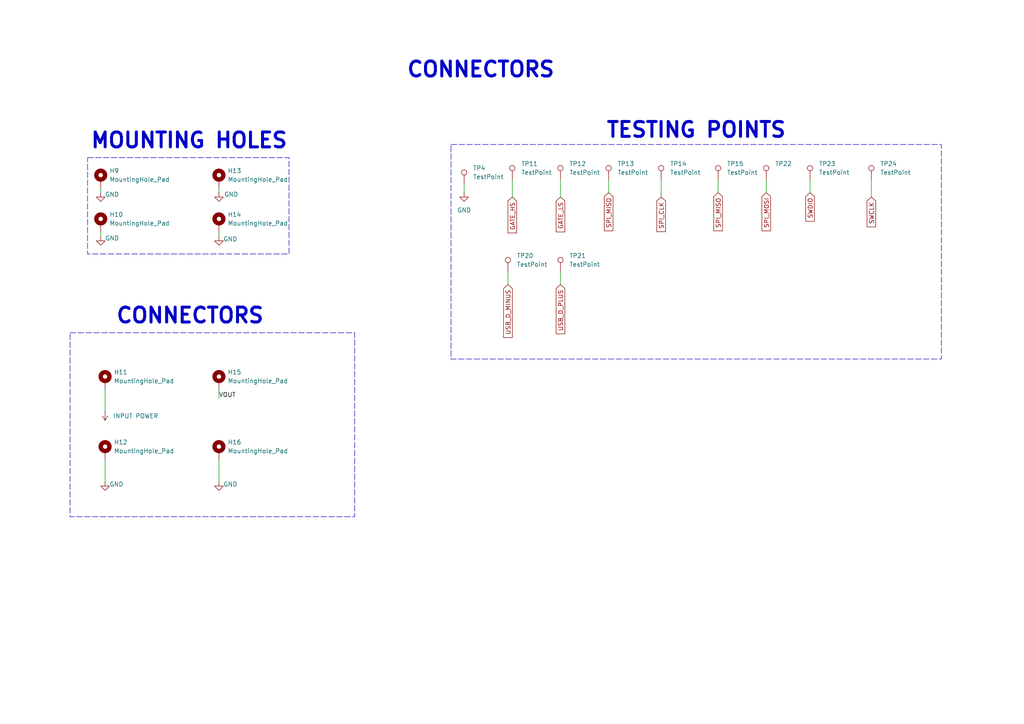
<source format=kicad_sch>
(kicad_sch (version 20250114) (generator "eeschema") (generator_version "9.0")
  (paper "A4")
  (title_block (title "CONNECTORS"))
  (lib_symbols
    (symbol "Connector:TestPoint" (pin_numbers (hide yes)) (pin_names (offset 0.762) (hide yes))
      (property "Reference" "TP" (at 0 6.858 0))
      (property "Value" "TestPoint" (at 0 5.08 0))
      (symbol "TestPoint_0_1"
        (circle (center 0 3.302) (radius 0.762))
      )
      (symbol "TestPoint_1_1"
        (pin passive line (at 0 0 90) (length 2.54) (name "1") (number "1"))
      )
    )
    (symbol "Mechanical:MountingHole_Pad" (pin_numbers (hide yes)) (pin_names (offset 1.016) (hide yes)) (in_bom no)
      (property "Reference" "H" (at 0 6.35 0))
      (property "Value" "MountingHole_Pad" (at 0 4.445 0))
      (symbol "MountingHole_Pad_0_1"
        (circle (center 0 1.27) (radius 1.27) (stroke (width 1.27)))
      )
      (symbol "MountingHole_Pad_1_1"
        (pin input line (at 0 -2.54 90) (length 2.54) (name "1") (number "1"))
      )
    )
    (symbol "power:+12V" (power) (pin_numbers (hide yes)) (pin_names (offset 0) (hide yes))
      (property "Value" "+12V" (at 0 3.556 0))
      (symbol "+12V_0_1"
        (polyline (pts (xy -0.762 1.27) (xy 0 2.54)))
        (polyline (pts (xy 0 2.54) (xy 0.762 1.27)))
        (polyline (pts (xy 0 0) (xy 0 2.54)))
      )
      (symbol "+12V_1_1"
        (pin power_in line (at 0 0 90) (length 0) (name "~") (number "1"))
      )
    )
    (symbol "power:GND" (power) (pin_numbers (hide yes)) (pin_names (offset 0) (hide yes))
      (property "Value" "GND" (at 0 -3.81 0))
      (symbol "GND_0_1"
        (polyline (pts (xy 0 0) (xy 0 -1.27) (xy 1.27 -1.27) (xy 0 -2.54) (xy -1.27 -1.27) (xy 0 -1.27)))
      )
      (symbol "GND_1_1"
        (pin power_in line (at 0 0 270) (length 0) (name "~") (number "1"))
      )
    )
  )
  (rectangle (start 25.4 45.72) (end 83.82 73.66) (stroke (width 0) (type dash)))
  (rectangle (start 130.81 41.91) (end 273.05 104.14) (stroke (width 0) (type dash)))
  (rectangle (start 20.32 96.52) (end 102.87 149.86) (stroke (width 0) (type dash)))
  (text "MOUNTING HOLES\n" (at 54.864 40.894 0) (effects (font (size 4.318 4.318) (thickness 0.8636) (bold yes))))
  (text "CONNECTORS" (at 55.118 91.694 0) (effects (font (size 4.318 4.318) (thickness 0.8636) (bold yes))))
  (text "CONNECTORS\n" (at 139.446 20.32 0) (effects (font (size 4.318 4.318) (thickness 0.8636) (bold yes))))
  (text "TESTING POINTS" (at 201.93 37.846 0) (effects (font (size 4.318 4.318) (thickness 0.8636) (bold yes))))
  (wire (pts (xy 63.5 67.31) (xy 63.5 68.58)))
  (wire (pts (xy 162.56 52.07) (xy 162.56 57.15)))
  (wire (pts (xy 63.5 54.61) (xy 63.5 55.88)))
  (wire (pts (xy 176.53 52.07) (xy 176.53 55.88)))
  (wire (pts (xy 30.48 133.35) (xy 30.48 139.7)))
  (wire (pts (xy 191.77 52.07) (xy 191.77 57.15)))
  (wire (pts (xy 234.95 52.07) (xy 234.95 55.88)))
  (wire (pts (xy 134.62 53.34) (xy 134.62 55.88)))
  (wire (pts (xy 63.5 113.03) (xy 63.5 115.57)))
  (wire (pts (xy 222.25 52.07) (xy 222.25 55.88)))
  (wire (pts (xy 208.28 52.07) (xy 208.28 55.88)))
  (wire (pts (xy 162.56 78.74) (xy 162.56 82.55)))
  (wire (pts (xy 148.59 52.07) (xy 148.59 57.15)))
  (wire (pts (xy 30.48 113.03) (xy 30.48 119.38)))
  (wire (pts (xy 29.21 54.61) (xy 29.21 55.88)))
  (wire (pts (xy 252.73 52.07) (xy 252.73 57.15)))
  (wire (pts (xy 63.5 133.35) (xy 63.5 139.7)))
  (wire (pts (xy 147.32 78.74) (xy 147.32 82.55)))
  (wire (pts (xy 29.21 67.31) (xy 29.21 68.58)))
  (label "VOUT" (at 63.5 115.57 0))
  (global_label "SPI_MISO" (shape input) (at 176.53 55.88 270) (property "Intersheetrefs" "${INTERSHEET_REFS}" (effects (hide yes))))
  (global_label "USB_D_PLUS" (shape input) (at 162.56 82.55 270) (property "Intersheetrefs" "${INTERSHEET_REFS}" (effects (hide yes))))
  (global_label "SPI_MOSI" (shape input) (at 222.25 55.88 270) (property "Intersheetrefs" "${INTERSHEET_REFS}" (effects (hide yes))))
  (global_label "GATE_HS" (shape input) (at 148.59 57.15 270) (property "Intersheetrefs" "${INTERSHEET_REFS}" (effects (hide yes))))
  (global_label "SWCLK" (shape input) (at 252.73 57.15 270) (property "Intersheetrefs" "${INTERSHEET_REFS}" (effects (hide yes))))
  (global_label "SWDIO" (shape input) (at 234.95 55.88 270) (property "Intersheetrefs" "${INTERSHEET_REFS}" (effects (hide yes))))
  (global_label "USB_D_MINUS" (shape input) (at 147.32 82.55 270) (property "Intersheetrefs" "${INTERSHEET_REFS}" (effects (hide yes))))
  (global_label "SPI_MISO" (shape input) (at 208.28 55.88 270) (property "Intersheetrefs" "${INTERSHEET_REFS}" (effects (hide yes))))
  (global_label "GATE_LS" (shape input) (at 162.56 57.15 270) (property "Intersheetrefs" "${INTERSHEET_REFS}" (effects (hide yes))))
  (global_label "SPI_CLK" (shape input) (at 191.77 57.15 270) (property "Intersheetrefs" "${INTERSHEET_REFS}" (effects (hide yes))))
  (symbol (lib_id "Connector:TestPoint") (at 162.56 52.07 0) (unit 1)
    (property "Reference" "TP12" (at 165.1 47.4979 0) (effects (justify left)))
    (property "Value" "TestPoint" (at 165.1 50.0379 0) (effects (justify left)))
    (property "Footprint" "TestPoint:TestPoint_Loop_D2.50mm_Drill1.0mm" (effects (hide yes)))
    (property "Description" "test point" (effects (hide yes)))
    (property "Distributor Link" "https://www.digikey.es/es/products/detail/keystone-electronics/5117/2170320" (effects (hide yes)))
  )
  (symbol (lib_id "Connector:TestPoint") (at 252.73 52.07 0) (unit 1)
    (property "Reference" "TP24" (at 255.27 47.4979 0) (effects (justify left)))
    (property "Value" "TestPoint" (at 255.27 50.0379 0) (effects (justify left)))
    (property "Footprint" "TestPoint:TestPoint_Loop_D2.54mm_Drill1.5mm_Beaded" (effects (hide yes)))
    (property "Description" "test point" (effects (hide yes)))
    (property "Distributor Link" "https://www.digikey.es/es/products/detail/keystone-electronics/5117/2170320" (effects (hide yes)))
  )
  (symbol (lib_id "power:GND") (at 134.62 55.88 0) (unit 1)
    (property "Reference" "#PWR073" (effects (hide yes)))
    (property "Value" "GND" (at 134.62 60.96 0))
    (property "Description" "Power symbol creates a global label with name \"GND\" , ground" (effects (hide yes)))
  )
  (symbol (lib_id "power:GND") (at 29.21 55.88 0) (unit 1)
    (property "Reference" "#PWR059" (effects (hide yes)))
    (property "Value" "GND" (at 32.512 56.388 0))
    (property "Description" "Power symbol creates a global label with name \"GND\" , ground" (effects (hide yes)))
  )
  (symbol (lib_id "Mechanical:MountingHole_Pad") (at 29.21 64.77 0) (unit 1) (in_bom no)
    (property "Reference" "H10" (at 31.75 62.2299 0) (effects (justify left)))
    (property "Value" "MountingHole_Pad" (at 31.75 64.7699 0) (effects (justify left)))
    (property "Footprint" "MountingHole:MountingHole_3.2mm_M3_Pad" (effects (hide yes)))
    (property "Description" "Mounting Hole with connection" (effects (hide yes)))
  )
  (symbol (lib_id "Connector:TestPoint") (at 234.95 52.07 0) (unit 1)
    (property "Reference" "TP23" (at 237.49 47.4979 0) (effects (justify left)))
    (property "Value" "TestPoint" (at 237.49 50.0379 0) (effects (justify left)))
    (property "Footprint" "TestPoint:TestPoint_Loop_D2.54mm_Drill1.5mm_Beaded" (effects (hide yes)))
    (property "Description" "test point" (effects (hide yes)))
    (property "Distributor Link" "https://www.digikey.es/es/products/detail/keystone-electronics/5117/2170320" (effects (hide yes)))
  )
  (symbol (lib_id "Mechanical:MountingHole_Pad") (at 29.21 52.07 0) (unit 1) (in_bom no)
    (property "Reference" "H9" (at 31.75 49.5299 0) (effects (justify left)))
    (property "Value" "MountingHole_Pad" (at 31.75 52.0699 0) (effects (justify left)))
    (property "Footprint" "MountingHole:MountingHole_3.2mm_M3_Pad" (effects (hide yes)))
    (property "Description" "Mounting Hole with connection" (effects (hide yes)))
  )
  (symbol (lib_id "Connector:TestPoint") (at 176.53 52.07 0) (unit 1)
    (property "Reference" "TP13" (at 179.07 47.4979 0) (effects (justify left)))
    (property "Value" "TestPoint" (at 179.07 50.0379 0) (effects (justify left)))
    (property "Footprint" "TestPoint:TestPoint_Loop_D2.50mm_Drill1.0mm" (effects (hide yes)))
    (property "Description" "test point" (effects (hide yes)))
    (property "Distributor Link" "https://www.digikey.es/es/products/detail/keystone-electronics/5117/2170320" (effects (hide yes)))
  )
  (symbol (lib_id "power:GND") (at 30.48 139.7 0) (unit 1)
    (property "Reference" "#PWR069" (effects (hide yes)))
    (property "Value" "GND" (at 33.782 140.462 0))
    (property "Description" "Power symbol creates a global label with name \"GND\" , ground" (effects (hide yes)))
  )
  (symbol (lib_id "Connector:TestPoint") (at 162.56 78.74 0) (unit 1)
    (property "Reference" "TP21" (at 165.1 74.1679 0) (effects (justify left)))
    (property "Value" "TestPoint" (at 165.1 76.7079 0) (effects (justify left)))
    (property "Footprint" "TestPoint:TestPoint_Loop_D2.54mm_Drill1.5mm_Beaded" (effects (hide yes)))
    (property "Description" "test point" (effects (hide yes)))
    (property "Distributor Link" "https://www.digikey.es/es/products/detail/keystone-electronics/5117/2170320" (effects (hide yes)))
  )
  (symbol (lib_id "Mechanical:MountingHole_Pad") (at 63.5 130.81 0) (unit 1) (in_bom no)
    (property "Reference" "H16" (at 66.04 128.2699 0) (effects (justify left)))
    (property "Value" "MountingHole_Pad" (at 66.04 130.8099 0) (effects (justify left)))
    (property "Footprint" "MountingHole:MountingHole_6.4mm_M6_ISO14580_Pad" (effects (hide yes)))
    (property "Description" "Mounting Hole with connection" (effects (hide yes)))
  )
  (symbol (lib_id "power:GND") (at 63.5 55.88 0) (unit 1)
    (property "Reference" "#PWR070" (effects (hide yes)))
    (property "Value" "GND" (at 67.056 56.388 0))
    (property "Description" "Power symbol creates a global label with name \"GND\" , ground" (effects (hide yes)))
  )
  (symbol (lib_id "Mechanical:MountingHole_Pad") (at 63.5 64.77 0) (unit 1) (in_bom no)
    (property "Reference" "H14" (at 66.04 62.2299 0) (effects (justify left)))
    (property "Value" "MountingHole_Pad" (at 66.04 64.7699 0) (effects (justify left)))
    (property "Footprint" "MountingHole:MountingHole_3.2mm_M3_Pad" (effects (hide yes)))
    (property "Description" "Mounting Hole with connection" (effects (hide yes)))
  )
  (symbol (lib_id "power:GND") (at 63.5 139.7 0) (unit 1)
    (property "Reference" "#PWR072" (effects (hide yes)))
    (property "Value" "GND" (at 66.802 140.462 0))
    (property "Description" "Power symbol creates a global label with name \"GND\" , ground" (effects (hide yes)))
  )
  (symbol (lib_id "Connector:TestPoint") (at 222.25 52.07 0) (unit 1)
    (property "Reference" "TP22" (at 224.79 47.4979 0) (effects (justify left)))
    (property "Value" "TestPoint" (effects (hide yes)))
    (property "Footprint" "TestPoint:TestPoint_Loop_D2.50mm_Drill1.0mm" (effects (hide yes)))
    (property "Description" "test point" (effects (hide yes)))
    (property "Distributor Link" "https://www.digikey.es/es/products/detail/keystone-electronics/5117/2170320" (effects (hide yes)))
  )
  (symbol (lib_id "Mechanical:MountingHole_Pad") (at 30.48 110.49 0) (unit 1) (in_bom no)
    (property "Reference" "H11" (at 33.02 107.9499 0) (effects (justify left)))
    (property "Value" "MountingHole_Pad" (at 33.02 110.4899 0) (effects (justify left)))
    (property "Footprint" "MountingHole:MountingHole_6.4mm_M6_ISO14580_Pad" (effects (hide yes)))
    (property "Description" "Mounting Hole with connection" (effects (hide yes)))
  )
  (symbol (lib_id "Mechanical:MountingHole_Pad") (at 30.48 130.81 0) (unit 1) (in_bom no)
    (property "Reference" "H12" (at 33.02 128.2699 0) (effects (justify left)))
    (property "Value" "MountingHole_Pad" (at 33.02 130.8099 0) (effects (justify left)))
    (property "Footprint" "MountingHole:MountingHole_6.4mm_M6_ISO14580_Pad" (effects (hide yes)))
    (property "Description" "Mounting Hole with connection" (effects (hide yes)))
  )
  (symbol (lib_id "Connector:TestPoint") (at 148.59 52.07 0) (unit 1)
    (property "Reference" "TP11" (at 151.13 47.4979 0) (effects (justify left)))
    (property "Value" "TestPoint" (at 151.13 50.0379 0) (effects (justify left)))
    (property "Footprint" "TestPoint:TestPoint_Loop_D2.50mm_Drill1.0mm" (effects (hide yes)))
    (property "Description" "test point" (effects (hide yes)))
    (property "Distributor Link" "https://www.digikey.es/es/products/detail/keystone-electronics/5117/2170320" (effects (hide yes)))
  )
  (symbol (lib_id "Mechanical:MountingHole_Pad") (at 63.5 110.49 0) (unit 1) (in_bom no)
    (property "Reference" "H15" (at 66.04 107.9499 0) (effects (justify left)))
    (property "Value" "MountingHole_Pad" (at 66.04 110.4899 0) (effects (justify left)))
    (property "Footprint" "MountingHole:MountingHole_6.4mm_M6_ISO14580_Pad" (effects (hide yes)))
    (property "Description" "Mounting Hole with connection" (effects (hide yes)))
  )
  (symbol (lib_id "Mechanical:MountingHole_Pad") (at 63.5 52.07 0) (unit 1) (in_bom no)
    (property "Reference" "H13" (at 66.04 49.5299 0) (effects (justify left)))
    (property "Value" "MountingHole_Pad" (at 66.04 52.0699 0) (effects (justify left)))
    (property "Footprint" "MountingHole:MountingHole_3.2mm_M3_Pad" (effects (hide yes)))
    (property "Description" "Mounting Hole with connection" (effects (hide yes)))
  )
  (symbol (lib_id "power:+12V") (at 30.48 119.38 180) (unit 1)
    (property "Reference" "#PWR068" (effects (hide yes)))
    (property "Value" "INPUT POWER" (at 39.37 120.65 0))
    (property "Description" "Power symbol creates a global label with name \"+12V\"" (effects (hide yes)))
  )
  (symbol (lib_id "power:GND") (at 29.21 68.58 0) (unit 1)
    (property "Reference" "#PWR064" (effects (hide yes)))
    (property "Value" "GND" (at 32.512 69.088 0))
    (property "Description" "Power symbol creates a global label with name \"GND\" , ground" (effects (hide yes)))
  )
  (symbol (lib_id "Connector:TestPoint") (at 208.28 52.07 0) (unit 1)
    (property "Reference" "TP15" (at 210.82 47.4979 0) (effects (justify left)))
    (property "Value" "TestPoint" (at 210.82 50.0379 0) (effects (justify left)))
    (property "Footprint" "TestPoint:TestPoint_Loop_D2.50mm_Drill1.0mm" (effects (hide yes)))
    (property "Description" "test point" (effects (hide yes)))
    (property "Distributor Link" "https://www.digikey.es/es/products/detail/keystone-electronics/5117/2170320" (effects (hide yes)))
  )
  (symbol (lib_id "power:GND") (at 63.5 68.58 0) (unit 1)
    (property "Reference" "#PWR071" (effects (hide yes)))
    (property "Value" "GND" (at 66.802 69.342 0))
    (property "Description" "Power symbol creates a global label with name \"GND\" , ground" (effects (hide yes)))
  )
  (symbol (lib_id "Connector:TestPoint") (at 191.77 52.07 0) (unit 1)
    (property "Reference" "TP14" (at 194.31 47.4979 0) (effects (justify left)))
    (property "Value" "TestPoint" (at 194.31 50.0379 0) (effects (justify left)))
    (property "Footprint" "TestPoint:TestPoint_Loop_D2.50mm_Drill1.0mm" (effects (hide yes)))
    (property "Description" "test point" (effects (hide yes)))
    (property "Distributor Link" "https://www.digikey.es/es/products/detail/keystone-electronics/5117/2170320" (effects (hide yes)))
  )
  (symbol (lib_id "Connector:TestPoint") (at 147.32 78.74 0) (unit 1)
    (property "Reference" "TP20" (at 149.86 74.1679 0) (effects (justify left)))
    (property "Value" "TestPoint" (at 149.86 76.7079 0) (effects (justify left)))
    (property "Footprint" "TestPoint:TestPoint_Loop_D2.54mm_Drill1.5mm_Beaded" (effects (hide yes)))
    (property "Description" "test point" (effects (hide yes)))
    (property "Distributor Link" "https://www.digikey.es/es/products/detail/keystone-electronics/5117/2170320" (effects (hide yes)))
  )
  (symbol (lib_id "Connector:TestPoint") (at 134.62 53.34 0) (unit 1)
    (property "Reference" "TP4" (at 137.16 48.7679 0) (effects (justify left)))
    (property "Value" "TestPoint" (at 137.16 51.3079 0) (effects (justify left)))
    (property "Footprint" "TestPoint:TestPoint_Loop_D2.50mm_Drill1.0mm" (effects (hide yes)))
    (property "Description" "test point" (effects (hide yes)))
    (property "Distributor Link" "https://www.digikey.es/es/products/detail/keystone-electronics/5117/2170320" (effects (hide yes)))
  )
)
</source>
